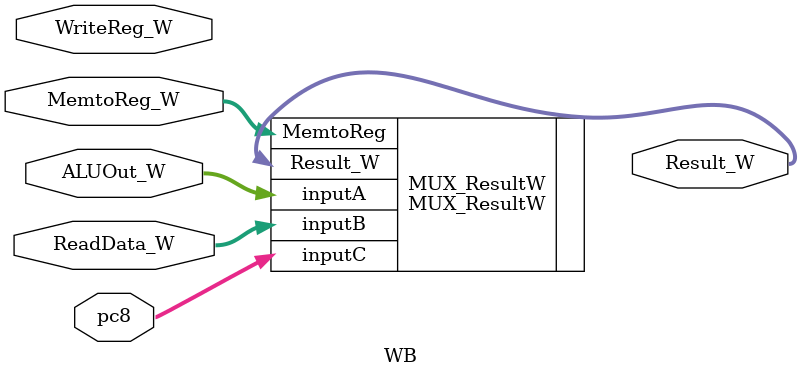
<source format=v>
`timescale 1ns / 1ps
module WB(
	// input clk,
	// input reset,
	 input [31:0] ReadData_W,
	 input [31:0] ALUOut_W,
	 input [1:0] MemtoReg_W,
	 inout [4:0] WriteReg_W,
	 input [31:0] pc8,
	 output [31:0] Result_W
    );
	 
	 MUX_ResultW MUX_ResultW(.inputA(ALUOut_W), .inputB(ReadData_W), .inputC(pc8), .MemtoReg(MemtoReg_W), .Result_W(Result_W));
//	 RF RF(.clk(clk), .reset(reset), .RegWriteW(regwrite), .A1(), .A2(), .A3(), .WD(), .RD1(), .RD2());
	 

endmodule

</source>
